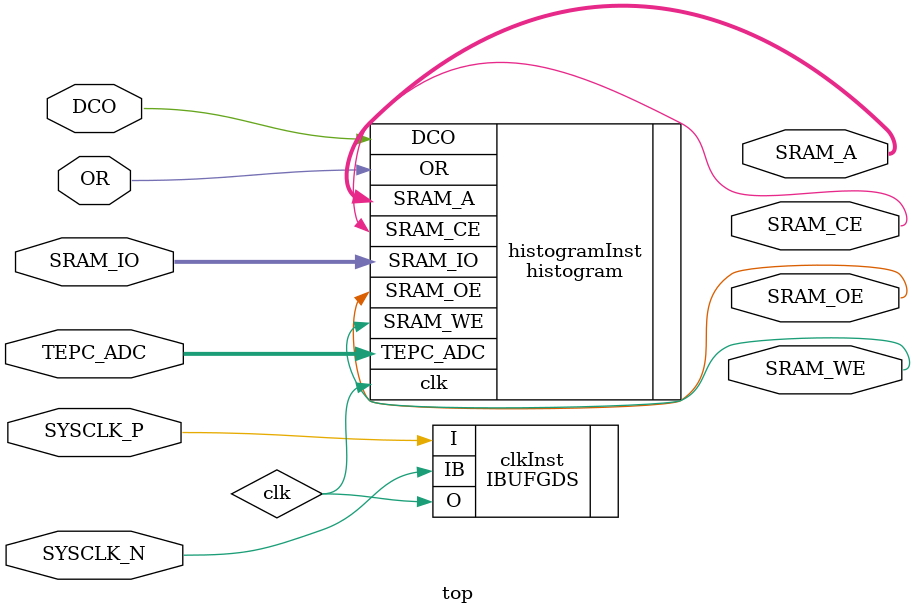
<source format=v>
`timescale 1ns / 1ps

module top(

		// 100 MHz Differential Clock
		input wire SYSCLK_P, SYSCLK_N,
		
		//SRAM Cpntrol
		inout wire [7:0] SRAM_IO,
		output wire SRAM_CE,
		output wire SRAM_WE,
		output wire SRAM_OE,
		output wire [20:0] SRAM_A,
		
		//ADC Control
		input wire [11:0] TEPC_ADC,
		input wire OR, // Out-of-Range indicator
		input wire DCO // Data Clock Output

    );

		wire clk;
		
		IBUFGDS clkInst (.O  (clk),
								.I  (SYSCLK_P),
								.IB (SYSCLK_N));

		histogram histogramInst (.clk (clk),
											.SRAM_IO (SRAM_IO),
											.SRAM_CE (SRAM_CE),
											.SRAM_WE (SRAM_WE),
											.SRAM_OE (SRAM_OE),
											.SRAM_A (SRAM_A),
											.TEPC_ADC (TEPC_ADC),
											.OR (OR),
											.DCO (DCO)
											);
																				

endmodule

</source>
